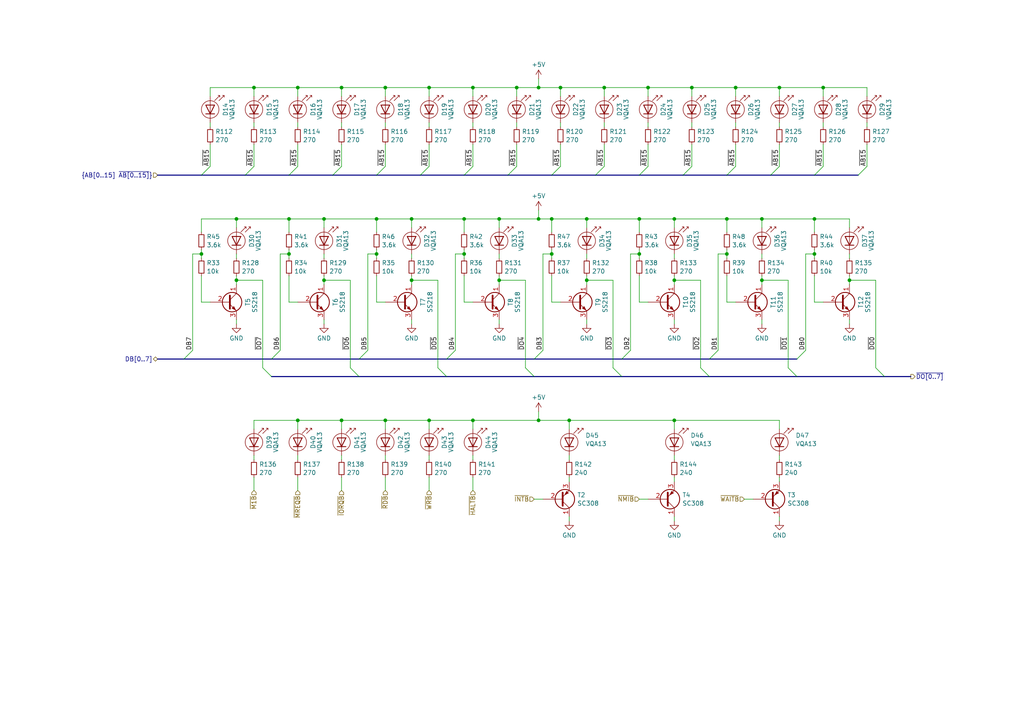
<source format=kicad_sch>
(kicad_sch (version 20230121) (generator eeschema)
  (paper "A4")
  (title_block (title "Bus-Analysator"))
  (lib_symbols
    (symbol "Device:R_Small" (pin_numbers hide) (pin_names (offset 0.254) hide)
      (property "Reference" "R" (at 0.762 0.508 0))
      (property "Value" "R_Small" (at 0.762 -1.016 0))
      (symbol "R_Small_0_1"
        (rectangle (start -0.762 1.778) (end 0.762 -1.778) (stroke (width 0.2032)))
      )
      (symbol "R_Small_1_1"
        (pin passive line (at 0 2.54 270) (length 0.762) (name "~") (number "1"))
        (pin passive line (at 0 -2.54 90) (length 0.762) (name "~") (number "2"))
      )
    )
    (symbol "RFT_Transistoren_und_Dioden:SC308" (pin_names (offset 0) hide)
      (property "Reference" "Q" (at 5.08 1.27 0))
      (property "Value" "SC308" (at 5.08 -1.27 0))
      (symbol "SC308_0_1"
        (polyline (pts (xy 0.635 0.635) (xy 2.54 2.54)))
        (polyline (pts (xy 0.635 -0.635) (xy 2.54 -2.54) (xy 2.54 -2.54)))
        (polyline (pts (xy 0.635 1.905) (xy 0.635 -1.905) (xy 0.635 -1.905)) (stroke (width 0.508)))
        (polyline (pts (xy 2.286 -1.778) (xy 1.778 -2.286) (xy 1.27 -1.27) (xy 2.286 -1.778) (xy 2.286 -1.778)) (fill (type outline)))
        (circle (center 1.27 0) (radius 2.8194) (stroke (width 0.254)))
      )
      (symbol "SC308_1_1"
        (pin passive line (at 2.54 5.08 270) (length 2.54) (name "C") (number "1"))
        (pin input line (at -5.08 0 0) (length 5.715) (name "B") (number "2"))
        (pin passive line (at 2.54 -5.08 90) (length 2.54) (name "E") (number "3"))
      )
    )
    (symbol "RFT_Transistoren_und_Dioden:SS218" (pin_names (offset 0) hide)
      (property "Reference" "T" (at 5.08 1.27 0))
      (property "Value" "SS218" (at 5.08 -1.27 0))
      (symbol "SS218_0_1"
        (polyline (pts (xy 0.635 0.635) (xy 2.54 2.54)))
        (polyline (pts (xy 0.635 -0.635) (xy 2.54 -2.54) (xy 2.54 -2.54)))
        (polyline (pts (xy 0.635 1.905) (xy 0.635 -1.905) (xy 0.635 -1.905)) (stroke (width 0.508)))
        (polyline (pts (xy 1.27 -1.778) (xy 1.778 -1.27) (xy 2.286 -2.286) (xy 1.27 -1.778) (xy 1.27 -1.778)) (fill (type outline)))
        (circle (center 1.27 0) (radius 2.8194) (stroke (width 0.254)))
      )
      (symbol "SS218_1_1"
        (pin passive line (at 2.54 5.08 270) (length 2.54) (name "C") (number "1"))
        (pin input line (at -5.08 0 0) (length 5.715) (name "B") (number "2"))
        (pin passive line (at 2.54 -5.08 90) (length 2.54) (name "E") (number "3"))
      )
    )
    (symbol "RFT_Optoelektronik:VQA13" (pin_numbers hide) (pin_names (offset 1.016) hide)
      (property "Reference" "D" (at 3.81 1.27 0))
      (property "Value" "VQA13" (at 6.35 -1.27 0))
      (symbol "VQA13_0_1"
        (circle (center 0 0) (radius 2.54))
      )
      (symbol "VQA13_1_1"
        (polyline (pts (xy -1.27 -1.27) (xy 1.27 -1.27)) (stroke (width 0.254)))
        (polyline (pts (xy 0 1.27) (xy 0 -1.27)))
        (polyline (pts (xy 4.064 4.064) (xy 3.556 4.064)))
        (polyline (pts (xy 2.54 2.54) (xy 4.064 4.064) (xy 4.064 3.556)))
        (polyline (pts (xy 1.27 1.27) (xy 0 -1.27) (xy -1.27 1.27) (xy 1.27 1.27)) (stroke (width 0.254)))
        (polyline (pts (xy 1.27 2.54) (xy 2.794 4.064) (xy 2.794 3.556) (xy 2.794 4.064) (xy 2.286 4.064)))
        (pin passive line (at 0 -3.81 90) (length 2.54) (name "K") (number "1"))
        (pin passive line (at 0 3.81 270) (length 2.54) (name "A") (number "2"))
      )
    )
    (symbol "power:+5V" (power) (pin_names (offset 0))
      (property "Value" "+5V" (at 0 3.556 0))
      (symbol "+5V_0_1"
        (polyline (pts (xy -0.762 1.27) (xy 0 2.54)))
        (polyline (pts (xy 0 0) (xy 0 2.54)))
        (polyline (pts (xy 0 2.54) (xy 0.762 1.27)))
      )
      (symbol "+5V_1_1"
        (pin power_in line (at 0 0 90) (length 0) hide (name "+5V") (number "1"))
      )
    )
    (symbol "power:GND" (power) (pin_names (offset 0))
      (property "Value" "GND" (at 0 -3.81 0))
      (symbol "GND_0_1"
        (polyline (pts (xy 0 0) (xy 0 -1.27) (xy 1.27 -1.27) (xy 0 -2.54) (xy -1.27 -1.27) (xy 0 -1.27)))
      )
      (symbol "GND_1_1"
        (pin power_in line (at 0 0 270) (length 0) hide (name "GND") (number "1"))
      )
    )
  )
  (junction (at 195.58 81.28))
  (junction (at 134.62 63.5))
  (junction (at 93.98 63.5))
  (junction (at 236.22 73.66))
  (junction (at 165.1 121.92))
  (junction (at 134.62 73.66))
  (junction (at 83.82 73.66))
  (junction (at 200.66 25.4))
  (junction (at 160.02 63.5))
  (junction (at 226.06 25.4))
  (junction (at 68.58 81.28))
  (junction (at 111.76 121.92))
  (junction (at 185.42 73.66))
  (junction (at 195.58 121.92))
  (junction (at 156.21 63.5))
  (junction (at 213.36 25.4))
  (junction (at 137.16 121.92))
  (junction (at 156.21 121.92))
  (junction (at 111.76 25.4))
  (junction (at 93.98 81.28))
  (junction (at 124.46 121.92))
  (junction (at 109.22 73.66))
  (junction (at 210.82 73.66))
  (junction (at 210.82 63.5))
  (junction (at 160.02 73.66))
  (junction (at 175.26 25.4))
  (junction (at 236.22 63.5))
  (junction (at 68.58 63.5))
  (junction (at 185.42 63.5))
  (junction (at 220.98 63.5))
  (junction (at 220.98 81.28))
  (junction (at 86.36 25.4))
  (junction (at 119.38 81.28))
  (junction (at 144.78 81.28))
  (junction (at 162.56 25.4))
  (junction (at 238.76 25.4))
  (junction (at 144.78 63.5))
  (junction (at 246.38 81.28))
  (junction (at 149.86 25.4))
  (junction (at 119.38 63.5))
  (junction (at 73.66 25.4))
  (junction (at 99.06 25.4))
  (junction (at 170.18 81.28))
  (junction (at 99.06 121.92))
  (junction (at 86.36 121.92))
  (junction (at 187.96 25.4))
  (junction (at 124.46 25.4))
  (junction (at 195.58 63.5))
  (junction (at 58.42 73.66))
  (junction (at 109.22 63.5))
  (junction (at 156.21 25.4))
  (junction (at 137.16 25.4))
  (junction (at 170.18 63.5))
  (junction (at 83.82 63.5))
  (bus_entry (at 248.92 50.8) (size 2.54 -2.54))
  (bus_entry (at 78.74 104.14) (size 2.54 -2.54))
  (bus_entry (at 129.54 109.22) (size -2.54 -2.54))
  (bus_entry (at 231.14 104.14) (size 2.54 -2.54))
  (bus_entry (at 104.14 104.14) (size 2.54 -2.54))
  (bus_entry (at 121.92 50.8) (size 2.54 -2.54))
  (bus_entry (at 231.14 109.22) (size -2.54 -2.54))
  (bus_entry (at 210.82 50.8) (size 2.54 -2.54))
  (bus_entry (at 172.72 50.8) (size 2.54 -2.54))
  (bus_entry (at 78.74 109.22) (size -2.54 -2.54))
  (bus_entry (at 180.34 104.14) (size 2.54 -2.54))
  (bus_entry (at 205.74 109.22) (size -2.54 -2.54))
  (bus_entry (at 147.32 50.8) (size 2.54 -2.54))
  (bus_entry (at 134.62 50.8) (size 2.54 -2.54))
  (bus_entry (at 104.14 109.22) (size -2.54 -2.54))
  (bus_entry (at 236.22 50.8) (size 2.54 -2.54))
  (bus_entry (at 185.42 50.8) (size 2.54 -2.54))
  (bus_entry (at 109.22 50.8) (size 2.54 -2.54))
  (bus_entry (at 180.34 109.22) (size -2.54 -2.54))
  (bus_entry (at 154.94 109.22) (size -2.54 -2.54))
  (bus_entry (at 223.52 50.8) (size 2.54 -2.54))
  (bus_entry (at 83.82 50.8) (size 2.54 -2.54))
  (bus_entry (at 160.02 50.8) (size 2.54 -2.54))
  (bus_entry (at 58.42 50.8) (size 2.54 -2.54))
  (bus_entry (at 96.52 50.8) (size 2.54 -2.54))
  (bus_entry (at 205.74 104.14) (size 2.54 -2.54))
  (bus_entry (at 198.12 50.8) (size 2.54 -2.54))
  (bus_entry (at 53.34 104.14) (size 2.54 -2.54))
  (bus_entry (at 154.94 104.14) (size 2.54 -2.54))
  (bus_entry (at 129.54 104.14) (size 2.54 -2.54))
  (bus_entry (at 256.54 109.22) (size -2.54 -2.54))
  (bus_entry (at 71.12 50.8) (size 2.54 -2.54))
  (wire (pts (xy 152.4 81.28) (xy 152.4 106.68)))
  (wire (pts (xy 60.96 27.94) (xy 60.96 25.4)))
  (wire (pts (xy 93.98 92.71) (xy 93.98 93.98)))
  (bus (pts (xy 58.42 50.8) (xy 71.12 50.8)))
  (bus (pts (xy 198.12 50.8) (xy 210.82 50.8)))
  (wire (pts (xy 228.6 81.28) (xy 228.6 106.68)))
  (wire (pts (xy 220.98 80.01) (xy 220.98 81.28)))
  (wire (pts (xy 213.36 35.56) (xy 213.36 36.83)))
  (wire (pts (xy 58.42 63.5) (xy 68.58 63.5)))
  (wire (pts (xy 177.8 81.28) (xy 170.18 81.28)))
  (bus (pts (xy 134.62 50.8) (xy 147.32 50.8)))
  (wire (pts (xy 220.98 81.28) (xy 220.98 82.55)))
  (wire (pts (xy 162.56 25.4) (xy 162.56 27.94)))
  (bus (pts (xy 53.34 104.14) (xy 78.74 104.14)))
  (wire (pts (xy 200.66 41.91) (xy 200.66 48.26)))
  (wire (pts (xy 226.06 138.43) (xy 226.06 139.7)))
  (wire (pts (xy 111.76 25.4) (xy 111.76 27.94)))
  (wire (pts (xy 58.42 73.66) (xy 58.42 74.93)))
  (wire (pts (xy 170.18 63.5) (xy 185.42 63.5)))
  (wire (pts (xy 119.38 63.5) (xy 134.62 63.5)))
  (wire (pts (xy 93.98 81.28) (xy 93.98 82.55)))
  (wire (pts (xy 93.98 73.66) (xy 93.98 74.93)))
  (wire (pts (xy 246.38 63.5) (xy 246.38 66.04)))
  (wire (pts (xy 58.42 80.01) (xy 58.42 87.63)))
  (bus (pts (xy 83.82 50.8) (xy 96.52 50.8)))
  (wire (pts (xy 185.42 63.5) (xy 195.58 63.5)))
  (wire (pts (xy 124.46 138.43) (xy 124.46 142.24)))
  (wire (pts (xy 195.58 63.5) (xy 210.82 63.5)))
  (wire (pts (xy 149.86 41.91) (xy 149.86 48.26)))
  (bus (pts (xy 147.32 50.8) (xy 160.02 50.8)))
  (wire (pts (xy 99.06 25.4) (xy 111.76 25.4)))
  (wire (pts (xy 187.96 35.56) (xy 187.96 36.83)))
  (wire (pts (xy 238.76 41.91) (xy 238.76 48.26)))
  (wire (pts (xy 119.38 81.28) (xy 119.38 82.55)))
  (wire (pts (xy 251.46 25.4) (xy 251.46 27.94)))
  (wire (pts (xy 195.58 80.01) (xy 195.58 81.28)))
  (wire (pts (xy 124.46 25.4) (xy 137.16 25.4)))
  (wire (pts (xy 127 81.28) (xy 127 106.68)))
  (wire (pts (xy 144.78 73.66) (xy 144.78 74.93)))
  (wire (pts (xy 149.86 25.4) (xy 156.21 25.4)))
  (wire (pts (xy 101.6 81.28) (xy 101.6 106.68)))
  (bus (pts (xy 78.74 109.22) (xy 104.14 109.22)))
  (wire (pts (xy 236.22 63.5) (xy 246.38 63.5)))
  (wire (pts (xy 226.06 25.4) (xy 226.06 27.94)))
  (wire (pts (xy 220.98 73.66) (xy 220.98 74.93)))
  (wire (pts (xy 68.58 63.5) (xy 83.82 63.5)))
  (wire (pts (xy 127 81.28) (xy 119.38 81.28)))
  (wire (pts (xy 185.42 67.31) (xy 185.42 63.5)))
  (wire (pts (xy 220.98 92.71) (xy 220.98 93.98)))
  (wire (pts (xy 73.66 121.92) (xy 86.36 121.92)))
  (wire (pts (xy 81.28 73.66) (xy 83.82 73.66)))
  (bus (pts (xy 104.14 109.22) (xy 129.54 109.22)))
  (wire (pts (xy 134.62 72.39) (xy 134.62 73.66)))
  (wire (pts (xy 137.16 25.4) (xy 137.16 27.94)))
  (wire (pts (xy 187.96 25.4) (xy 200.66 25.4)))
  (wire (pts (xy 119.38 80.01) (xy 119.38 81.28)))
  (wire (pts (xy 83.82 87.63) (xy 86.36 87.63)))
  (wire (pts (xy 215.9 144.78) (xy 218.44 144.78)))
  (wire (pts (xy 236.22 80.01) (xy 236.22 87.63)))
  (wire (pts (xy 124.46 41.91) (xy 124.46 48.26)))
  (wire (pts (xy 93.98 63.5) (xy 109.22 63.5)))
  (wire (pts (xy 165.1 132.08) (xy 165.1 133.35)))
  (wire (pts (xy 99.06 132.08) (xy 99.06 133.35)))
  (bus (pts (xy 205.74 104.14) (xy 231.14 104.14)))
  (wire (pts (xy 238.76 25.4) (xy 238.76 27.94)))
  (wire (pts (xy 99.06 138.43) (xy 99.06 142.24)))
  (bus (pts (xy 154.94 104.14) (xy 180.34 104.14)))
  (wire (pts (xy 58.42 67.31) (xy 58.42 63.5)))
  (wire (pts (xy 144.78 63.5) (xy 144.78 66.04)))
  (wire (pts (xy 55.88 101.6) (xy 55.88 73.66)))
  (wire (pts (xy 195.58 73.66) (xy 195.58 74.93)))
  (wire (pts (xy 106.68 101.6) (xy 106.68 73.66)))
  (wire (pts (xy 210.82 72.39) (xy 210.82 73.66)))
  (wire (pts (xy 165.1 121.92) (xy 195.58 121.92)))
  (wire (pts (xy 83.82 63.5) (xy 93.98 63.5)))
  (wire (pts (xy 233.68 73.66) (xy 236.22 73.66)))
  (wire (pts (xy 220.98 63.5) (xy 236.22 63.5)))
  (wire (pts (xy 86.36 138.43) (xy 86.36 142.24)))
  (wire (pts (xy 119.38 73.66) (xy 119.38 74.93)))
  (wire (pts (xy 60.96 25.4) (xy 73.66 25.4)))
  (wire (pts (xy 111.76 35.56) (xy 111.76 36.83)))
  (bus (pts (xy 160.02 50.8) (xy 172.72 50.8)))
  (wire (pts (xy 68.58 73.66) (xy 68.58 74.93)))
  (wire (pts (xy 160.02 67.31) (xy 160.02 63.5)))
  (wire (pts (xy 200.66 25.4) (xy 200.66 27.94)))
  (wire (pts (xy 73.66 138.43) (xy 73.66 142.24)))
  (wire (pts (xy 156.21 63.5) (xy 160.02 63.5)))
  (wire (pts (xy 195.58 63.5) (xy 195.58 66.04)))
  (bus (pts (xy 109.22 50.8) (xy 121.92 50.8)))
  (bus (pts (xy 96.52 50.8) (xy 109.22 50.8)))
  (wire (pts (xy 86.36 35.56) (xy 86.36 36.83)))
  (wire (pts (xy 134.62 67.31) (xy 134.62 63.5)))
  (wire (pts (xy 175.26 25.4) (xy 175.26 27.94)))
  (wire (pts (xy 109.22 63.5) (xy 119.38 63.5)))
  (wire (pts (xy 175.26 25.4) (xy 187.96 25.4)))
  (wire (pts (xy 58.42 72.39) (xy 58.42 73.66)))
  (wire (pts (xy 160.02 87.63) (xy 162.56 87.63)))
  (wire (pts (xy 111.76 132.08) (xy 111.76 133.35)))
  (wire (pts (xy 156.21 22.86) (xy 156.21 25.4)))
  (bus (pts (xy 180.34 104.14) (xy 205.74 104.14)))
  (wire (pts (xy 99.06 35.56) (xy 99.06 36.83)))
  (wire (pts (xy 86.36 25.4) (xy 86.36 27.94)))
  (wire (pts (xy 165.1 149.86) (xy 165.1 151.13)))
  (wire (pts (xy 236.22 67.31) (xy 236.22 63.5)))
  (wire (pts (xy 182.88 101.6) (xy 182.88 73.66)))
  (wire (pts (xy 68.58 92.71) (xy 68.58 93.98)))
  (bus (pts (xy 180.34 109.22) (xy 205.74 109.22)))
  (wire (pts (xy 144.78 63.5) (xy 156.21 63.5)))
  (wire (pts (xy 210.82 80.01) (xy 210.82 87.63)))
  (wire (pts (xy 132.08 101.6) (xy 132.08 73.66)))
  (wire (pts (xy 149.86 35.56) (xy 149.86 36.83)))
  (wire (pts (xy 156.21 121.92) (xy 165.1 121.92)))
  (bus (pts (xy 223.52 50.8) (xy 236.22 50.8)))
  (wire (pts (xy 76.2 81.28) (xy 68.58 81.28)))
  (wire (pts (xy 210.82 67.31) (xy 210.82 63.5)))
  (wire (pts (xy 101.6 81.28) (xy 93.98 81.28)))
  (wire (pts (xy 195.58 92.71) (xy 195.58 93.98)))
  (wire (pts (xy 208.28 73.66) (xy 210.82 73.66)))
  (wire (pts (xy 73.66 41.91) (xy 73.66 48.26)))
  (wire (pts (xy 200.66 25.4) (xy 213.36 25.4)))
  (wire (pts (xy 165.1 138.43) (xy 165.1 139.7)))
  (wire (pts (xy 226.06 35.56) (xy 226.06 36.83)))
  (wire (pts (xy 185.42 87.63) (xy 187.96 87.63)))
  (wire (pts (xy 170.18 63.5) (xy 170.18 66.04)))
  (wire (pts (xy 185.42 80.01) (xy 185.42 87.63)))
  (wire (pts (xy 162.56 41.91) (xy 162.56 48.26)))
  (wire (pts (xy 55.88 73.66) (xy 58.42 73.66)))
  (wire (pts (xy 182.88 73.66) (xy 185.42 73.66)))
  (wire (pts (xy 213.36 41.91) (xy 213.36 48.26)))
  (wire (pts (xy 246.38 73.66) (xy 246.38 74.93)))
  (wire (pts (xy 99.06 41.91) (xy 99.06 48.26)))
  (wire (pts (xy 68.58 81.28) (xy 68.58 82.55)))
  (bus (pts (xy 45.72 50.8) (xy 58.42 50.8)))
  (wire (pts (xy 124.46 25.4) (xy 124.46 27.94)))
  (wire (pts (xy 160.02 72.39) (xy 160.02 73.66)))
  (wire (pts (xy 58.42 87.63) (xy 60.96 87.63)))
  (wire (pts (xy 83.82 72.39) (xy 83.82 73.66)))
  (wire (pts (xy 154.94 144.78) (xy 157.48 144.78)))
  (wire (pts (xy 185.42 72.39) (xy 185.42 73.66)))
  (wire (pts (xy 236.22 87.63) (xy 238.76 87.63)))
  (wire (pts (xy 160.02 73.66) (xy 160.02 74.93)))
  (wire (pts (xy 81.28 101.6) (xy 81.28 73.66)))
  (wire (pts (xy 236.22 72.39) (xy 236.22 73.66)))
  (wire (pts (xy 246.38 81.28) (xy 246.38 82.55)))
  (wire (pts (xy 137.16 121.92) (xy 137.16 124.46)))
  (wire (pts (xy 175.26 35.56) (xy 175.26 36.83)))
  (wire (pts (xy 73.66 35.56) (xy 73.66 36.83)))
  (wire (pts (xy 226.06 25.4) (xy 238.76 25.4)))
  (bus (pts (xy 129.54 104.14) (xy 154.94 104.14)))
  (wire (pts (xy 251.46 35.56) (xy 251.46 36.83)))
  (wire (pts (xy 170.18 92.71) (xy 170.18 93.98)))
  (wire (pts (xy 99.06 25.4) (xy 99.06 27.94)))
  (wire (pts (xy 109.22 80.01) (xy 109.22 87.63)))
  (wire (pts (xy 134.62 63.5) (xy 144.78 63.5)))
  (wire (pts (xy 170.18 73.66) (xy 170.18 74.93)))
  (bus (pts (xy 231.14 109.22) (xy 256.54 109.22)))
  (wire (pts (xy 137.16 25.4) (xy 149.86 25.4)))
  (wire (pts (xy 203.2 81.28) (xy 203.2 106.68)))
  (bus (pts (xy 185.42 50.8) (xy 198.12 50.8)))
  (bus (pts (xy 45.72 104.14) (xy 53.34 104.14)))
  (wire (pts (xy 137.16 35.56) (xy 137.16 36.83)))
  (wire (pts (xy 226.06 149.86) (xy 226.06 151.13)))
  (wire (pts (xy 144.78 92.71) (xy 144.78 93.98)))
  (wire (pts (xy 246.38 92.71) (xy 246.38 93.98)))
  (bus (pts (xy 71.12 50.8) (xy 83.82 50.8)))
  (wire (pts (xy 156.21 119.38) (xy 156.21 121.92)))
  (bus (pts (xy 210.82 50.8) (xy 223.52 50.8)))
  (bus (pts (xy 205.74 109.22) (xy 231.14 109.22)))
  (wire (pts (xy 210.82 87.63) (xy 213.36 87.63)))
  (wire (pts (xy 119.38 63.5) (xy 119.38 66.04)))
  (wire (pts (xy 93.98 63.5) (xy 93.98 66.04)))
  (wire (pts (xy 195.58 81.28) (xy 195.58 82.55)))
  (bus (pts (xy 104.14 104.14) (xy 129.54 104.14)))
  (wire (pts (xy 228.6 81.28) (xy 220.98 81.28)))
  (wire (pts (xy 187.96 41.91) (xy 187.96 48.26)))
  (wire (pts (xy 137.16 138.43) (xy 137.16 142.24)))
  (wire (pts (xy 134.62 73.66) (xy 134.62 74.93)))
  (wire (pts (xy 233.68 101.6) (xy 233.68 73.66)))
  (wire (pts (xy 73.66 124.46) (xy 73.66 121.92)))
  (wire (pts (xy 73.66 132.08) (xy 73.66 133.35)))
  (wire (pts (xy 152.4 81.28) (xy 144.78 81.28)))
  (bus (pts (xy 256.54 109.22) (xy 264.16 109.22)))
  (wire (pts (xy 213.36 25.4) (xy 226.06 25.4)))
  (bus (pts (xy 78.74 104.14) (xy 104.14 104.14)))
  (wire (pts (xy 111.76 121.92) (xy 124.46 121.92)))
  (wire (pts (xy 132.08 73.66) (xy 134.62 73.66)))
  (wire (pts (xy 109.22 72.39) (xy 109.22 73.66)))
  (wire (pts (xy 213.36 25.4) (xy 213.36 27.94)))
  (wire (pts (xy 157.48 73.66) (xy 160.02 73.66)))
  (wire (pts (xy 111.76 25.4) (xy 124.46 25.4)))
  (wire (pts (xy 157.48 101.6) (xy 157.48 73.66)))
  (wire (pts (xy 251.46 41.91) (xy 251.46 48.26)))
  (wire (pts (xy 137.16 132.08) (xy 137.16 133.35)))
  (wire (pts (xy 86.36 132.08) (xy 86.36 133.35)))
  (wire (pts (xy 162.56 25.4) (xy 175.26 25.4)))
  (wire (pts (xy 93.98 80.01) (xy 93.98 81.28)))
  (wire (pts (xy 111.76 138.43) (xy 111.76 142.24)))
  (wire (pts (xy 156.21 25.4) (xy 162.56 25.4)))
  (wire (pts (xy 195.58 121.92) (xy 195.58 124.46)))
  (wire (pts (xy 106.68 73.66) (xy 109.22 73.66)))
  (wire (pts (xy 226.06 41.91) (xy 226.06 48.26)))
  (wire (pts (xy 160.02 80.01) (xy 160.02 87.63)))
  (wire (pts (xy 226.06 132.08) (xy 226.06 133.35)))
  (wire (pts (xy 124.46 121.92) (xy 124.46 124.46)))
  (bus (pts (xy 236.22 50.8) (xy 248.92 50.8)))
  (wire (pts (xy 170.18 80.01) (xy 170.18 81.28)))
  (wire (pts (xy 83.82 80.01) (xy 83.82 87.63)))
  (wire (pts (xy 254 81.28) (xy 254 106.68)))
  (wire (pts (xy 68.58 80.01) (xy 68.58 81.28)))
  (wire (pts (xy 137.16 121.92) (xy 156.21 121.92)))
  (wire (pts (xy 73.66 25.4) (xy 86.36 25.4)))
  (wire (pts (xy 170.18 81.28) (xy 170.18 82.55)))
  (wire (pts (xy 195.58 121.92) (xy 226.06 121.92)))
  (wire (pts (xy 238.76 35.56) (xy 238.76 36.83)))
  (wire (pts (xy 111.76 41.91) (xy 111.76 48.26)))
  (wire (pts (xy 149.86 25.4) (xy 149.86 27.94)))
  (wire (pts (xy 210.82 63.5) (xy 220.98 63.5)))
  (wire (pts (xy 156.21 60.96) (xy 156.21 63.5)))
  (wire (pts (xy 160.02 63.5) (xy 170.18 63.5)))
  (wire (pts (xy 124.46 35.56) (xy 124.46 36.83)))
  (wire (pts (xy 144.78 80.01) (xy 144.78 81.28)))
  (wire (pts (xy 137.16 41.91) (xy 137.16 48.26)))
  (wire (pts (xy 86.36 25.4) (xy 99.06 25.4)))
  (wire (pts (xy 60.96 41.91) (xy 60.96 48.26)))
  (wire (pts (xy 83.82 67.31) (xy 83.82 63.5)))
  (wire (pts (xy 124.46 132.08) (xy 124.46 133.35)))
  (wire (pts (xy 73.66 25.4) (xy 73.66 27.94)))
  (bus (pts (xy 129.54 109.22) (xy 154.94 109.22)))
  (wire (pts (xy 83.82 73.66) (xy 83.82 74.93)))
  (wire (pts (xy 185.42 73.66) (xy 185.42 74.93)))
  (wire (pts (xy 203.2 81.28) (xy 195.58 81.28)))
  (bus (pts (xy 121.92 50.8) (xy 134.62 50.8)))
  (wire (pts (xy 134.62 80.01) (xy 134.62 87.63)))
  (wire (pts (xy 195.58 149.86) (xy 195.58 151.13)))
  (wire (pts (xy 208.28 101.6) (xy 208.28 73.66)))
  (wire (pts (xy 134.62 87.63) (xy 137.16 87.63)))
  (wire (pts (xy 60.96 35.56) (xy 60.96 36.83)))
  (wire (pts (xy 195.58 132.08) (xy 195.58 133.35)))
  (wire (pts (xy 200.66 35.56) (xy 200.66 36.83)))
  (wire (pts (xy 187.96 25.4) (xy 187.96 27.94)))
  (wire (pts (xy 254 81.28) (xy 246.38 81.28)))
  (wire (pts (xy 165.1 121.92) (xy 165.1 124.46)))
  (wire (pts (xy 109.22 87.63) (xy 111.76 87.63)))
  (wire (pts (xy 220.98 63.5) (xy 220.98 66.04)))
  (wire (pts (xy 99.06 121.92) (xy 111.76 121.92)))
  (wire (pts (xy 111.76 121.92) (xy 111.76 124.46)))
  (wire (pts (xy 195.58 138.43) (xy 195.58 139.7)))
  (wire (pts (xy 109.22 73.66) (xy 109.22 74.93)))
  (wire (pts (xy 246.38 80.01) (xy 246.38 81.28)))
  (wire (pts (xy 109.22 67.31) (xy 109.22 63.5)))
  (wire (pts (xy 86.36 121.92) (xy 86.36 124.46)))
  (wire (pts (xy 144.78 81.28) (xy 144.78 82.55)))
  (wire (pts (xy 238.76 25.4) (xy 251.46 25.4)))
  (wire (pts (xy 162.56 35.56) (xy 162.56 36.83)))
  (wire (pts (xy 68.58 63.5) (xy 68.58 66.04)))
  (bus (pts (xy 172.72 50.8) (xy 185.42 50.8)))
  (wire (pts (xy 86.36 121.92) (xy 99.06 121.92)))
  (wire (pts (xy 177.8 81.28) (xy 177.8 106.68)))
  (wire (pts (xy 86.36 41.91) (xy 86.36 48.26)))
  (wire (pts (xy 76.2 81.28) (xy 76.2 106.68)))
  (wire (pts (xy 226.06 121.92) (xy 226.06 124.46)))
  (wire (pts (xy 119.38 92.71) (xy 119.38 93.98)))
  (wire (pts (xy 175.26 41.91) (xy 175.26 48.26)))
  (bus (pts (xy 154.94 109.22) (xy 180.34 109.22)))
  (wire (pts (xy 99.06 121.92) (xy 99.06 124.46)))
  (wire (pts (xy 236.22 73.66) (xy 236.22 74.93)))
  (wire (pts (xy 185.42 144.78) (xy 187.96 144.78)))
  (wire (pts (xy 210.82 73.66) (xy 210.82 74.93)))
  (wire (pts (xy 124.46 121.92) (xy 137.16 121.92)))
  (label "~{DO1}" (at 228.6 101.6 90))
  (label "~{AB15}" (at 162.56 48.26 90))
  (label "DB1" (at 208.28 101.6 90))
  (label "~{AB15}" (at 226.06 48.26 90))
  (label "DB3" (at 157.48 101.6 90))
  (label "~{DO7}" (at 76.2 101.6 90))
  (label "~{AB15}" (at 238.76 48.26 90))
  (label "~{AB15}" (at 99.06 48.26 90))
  (label "~{AB15}" (at 137.16 48.26 90))
  (label "~{AB15}" (at 73.66 48.26 90))
  (label "DB7" (at 55.88 101.6 90))
  (label "~{DO4}" (at 152.4 101.6 90))
  (label "DB6" (at 81.28 101.6 90))
  (label "~{AB15}" (at 149.86 48.26 90))
  (label "DB5" (at 106.68 101.6 90))
  (label "DB2" (at 182.88 101.6 90))
  (label "~{AB15}" (at 175.26 48.26 90))
  (label "~{AB15}" (at 251.46 48.26 90))
  (label "DB0" (at 233.68 101.6 90))
  (label "~{AB15}" (at 187.96 48.26 90))
  (label "~{DO6}" (at 101.6 101.6 90))
  (label "~{AB15}" (at 86.36 48.26 90))
  (label "~{DO3}" (at 177.8 101.6 90))
  (label "DB4" (at 132.08 101.6 90))
  (label "~{AB15}" (at 111.76 48.26 90))
  (label "~{DO5}" (at 127 101.6 90))
  (label "~{DO0}" (at 254 101.6 90))
  (label "~{AB15}" (at 213.36 48.26 90))
  (label "~{AB15}" (at 60.96 48.26 90))
  (label "~{AB15}" (at 200.66 48.26 90))
  (label "~{DO2}" (at 203.2 101.6 90))
  (label "~{AB15}" (at 124.46 48.26 90))
  (hierarchical_label "~{RDB}" (shape input) (at 111.76 142.24 270))
  (hierarchical_label "~{DO[0..7]}" (shape output) (at 264.16 109.22 0))
  (hierarchical_label "~{INTB}" (shape input) (at 154.94 144.78 180))
  (hierarchical_label "{AB[0..15] ~{AB[0..15]}}" (shape input) (at 45.72 50.8 180))
  (hierarchical_label "~{WAITB}" (shape input) (at 215.9 144.78 180))
  (hierarchical_label "~{HALTB}" (shape input) (at 137.16 142.24 270))
  (hierarchical_label "~{IORQB}" (shape input) (at 99.06 142.24 270))
  (hierarchical_label "DB[0..7]" (shape bidirectional) (at 45.72 104.14 180))
  (hierarchical_label "~{MREQB}" (shape input) (at 86.36 142.24 270))
  (hierarchical_label "~{M1B}" (shape input) (at 73.66 142.24 270))
  (hierarchical_label "~{NMIB}" (shape input) (at 185.42 144.78 180))
  (hierarchical_label "~{WRB}" (shape input) (at 124.46 142.24 270))
  (symbol (lib_id "RFT_Optoelektronik:VQA13") (at 124.46 128.27 0) (unit 1)
    (property "Reference" "D43" (at 128.905 128.27 90))
    (property "Value" "VQA13" (at 130.81 128.27 90))
    (property "Datasheet" "https://www-user.tu-chemnitz.de/~heha/basteln/Konsumg%C3%BCter/DDR-Halbleiter/vqa13.gif" (effects hide))
  )
  (symbol (lib_id "Device:R_Small") (at 185.42 77.47 0) (unit 1)
    (property "Reference" "R38" (at 186.9186 76.2579 0) (effects (justify left)))
    (property "Value" "10k" (at 186.9186 78.6821 0) (effects (justify left)))
  )
  (symbol (lib_id "RFT_Optoelektronik:VQA13") (at 99.06 31.75 0) (unit 1)
    (property "Reference" "D17" (at 103.505 31.75 90))
    (property "Value" "VQA13" (at 105.41 31.75 90))
    (property "Datasheet" "https://www-user.tu-chemnitz.de/~heha/basteln/Konsumg%C3%BCter/DDR-Halbleiter/vqa13.gif" (effects hide))
  )
  (symbol (lib_id "Device:R_Small") (at 160.02 77.47 0) (unit 1)
    (property "Reference" "R37" (at 161.5186 76.2579 0) (effects (justify left)))
    (property "Value" "10k" (at 161.5186 78.6821 0) (effects (justify left)))
  )
  (symbol (lib_id "Device:R_Small") (at 185.42 69.85 0) (unit 1)
    (property "Reference" "R43" (at 186.9186 68.6379 0) (effects (justify left)))
    (property "Value" "3.6k" (at 186.9186 71.0621 0) (effects (justify left)))
  )
  (symbol (lib_id "RFT_Transistoren_und_Dioden:SC308") (at 162.56 144.78 0) (mirror x) (unit 1)
    (property "Reference" "T2" (at 167.4114 143.5679 0) (effects (justify left)))
    (property "Value" "SC308" (at 167.4114 145.9921 0) (effects (justify left)))
    (property "Footprint" "RFT_sonstiges:T_E-Line_P2.5mm_Vertical" (effects hide))
    (property "Datasheet" "https://www-user.tu-chemnitz.de/~heha/basteln/Konsumg%C3%BCter/DDR-Halbleiter/sc307.gif" (effects hide))
  )
  (symbol (lib_id "Device:R_Small") (at 73.66 135.89 0) (unit 1)
    (property "Reference" "R136" (at 75.1586 134.6779 0) (effects (justify left)))
    (property "Value" "270" (at 75.1586 137.1021 0) (effects (justify left)))
  )
  (symbol (lib_id "RFT_Optoelektronik:VQA13") (at 238.76 31.75 0) (unit 1)
    (property "Reference" "D28" (at 243.205 31.75 90))
    (property "Value" "VQA13" (at 245.11 31.75 90))
    (property "Datasheet" "https://www-user.tu-chemnitz.de/~heha/basteln/Konsumg%C3%BCter/DDR-Halbleiter/vqa13.gif" (effects hide))
  )
  (symbol (lib_id "Device:R_Small") (at 137.16 39.37 0) (unit 1)
    (property "Reference" "R118" (at 138.6586 38.1579 0) (effects (justify left)))
    (property "Value" "270" (at 138.6586 40.5821 0) (effects (justify left)))
  )
  (symbol (lib_id "RFT_Optoelektronik:VQA13") (at 187.96 31.75 0) (unit 1)
    (property "Reference" "D24" (at 192.405 31.75 90))
    (property "Value" "VQA13" (at 194.31 31.75 90))
    (property "Datasheet" "https://www-user.tu-chemnitz.de/~heha/basteln/Konsumg%C3%BCter/DDR-Halbleiter/vqa13.gif" (effects hide))
  )
  (symbol (lib_id "Device:R_Small") (at 165.1 135.89 0) (unit 1)
    (property "Reference" "R142" (at 166.5986 134.6779 0) (effects (justify left)))
    (property "Value" "240" (at 166.5986 137.1021 0) (effects (justify left)))
  )
  (symbol (lib_id "RFT_Optoelektronik:VQA13") (at 137.16 128.27 0) (unit 1)
    (property "Reference" "D44" (at 141.605 128.27 90))
    (property "Value" "VQA13" (at 143.51 128.27 90))
    (property "Datasheet" "https://www-user.tu-chemnitz.de/~heha/basteln/Konsumg%C3%BCter/DDR-Halbleiter/vqa13.gif" (effects hide))
  )
  (symbol (lib_id "RFT_Transistoren_und_Dioden:SS218") (at 66.04 87.63 0) (unit 1)
    (property "Reference" "T5" (at 71.882 87.63 90))
    (property "Value" "SS218" (at 73.914 87.63 90))
    (property "Footprint" "RFT_sonstiges:T_E-Line_P2.5mm_Vertical" (effects hide))
    (property "Datasheet" "https://www-user.tu-chemnitz.de/~heha/basteln/Konsumg%C3%BCter/DDR-Halbleiter/ss216.gif" (effects hide))
  )
  (symbol (lib_id "RFT_Optoelektronik:VQA13") (at 93.98 69.85 0) (unit 1)
    (property "Reference" "D31" (at 98.425 69.85 90))
    (property "Value" "VQA13" (at 100.33 69.85 90))
    (property "Datasheet" "https://www-user.tu-chemnitz.de/~heha/basteln/Konsumg%C3%BCter/DDR-Halbleiter/vqa13.gif" (effects hide))
  )
  (symbol (lib_id "Device:R_Small") (at 99.06 135.89 0) (unit 1)
    (property "Reference" "R138" (at 100.5586 134.6779 0) (effects (justify left)))
    (property "Value" "270" (at 100.5586 137.1021 0) (effects (justify left)))
  )
  (symbol (lib_id "power:+5V") (at 156.21 60.96 0) (unit 1)
    (property "Reference" "#PWR088" (effects hide))
    (property "Value" "+5V" (at 156.21 56.8269 0))
  )
  (symbol (lib_id "Device:R_Small") (at 137.16 135.89 0) (unit 1)
    (property "Reference" "R141" (at 138.6586 134.6779 0) (effects (justify left)))
    (property "Value" "270" (at 138.6586 137.1021 0) (effects (justify left)))
  )
  (symbol (lib_id "Device:R_Small") (at 111.76 135.89 0) (unit 1)
    (property "Reference" "R139" (at 113.2586 134.6779 0) (effects (justify left)))
    (property "Value" "270" (at 113.2586 137.1021 0) (effects (justify left)))
  )
  (symbol (lib_id "power:GND") (at 68.58 93.98 0) (unit 1)
    (property "Reference" "#PWR080" (effects hide))
    (property "Value" "GND" (at 68.58 98.1131 0))
  )
  (symbol (lib_id "Device:R_Small") (at 149.86 39.37 0) (unit 1)
    (property "Reference" "R119" (at 151.3586 38.1579 0) (effects (justify left)))
    (property "Value" "270" (at 151.3586 40.5821 0) (effects (justify left)))
  )
  (symbol (lib_id "RFT_Optoelektronik:VQA13") (at 73.66 128.27 0) (unit 1)
    (property "Reference" "D39" (at 78.105 128.27 90))
    (property "Value" "VQA13" (at 80.01 128.27 90))
    (property "Datasheet" "https://www-user.tu-chemnitz.de/~heha/basteln/Konsumg%C3%BCter/DDR-Halbleiter/vqa13.gif" (effects hide))
  )
  (symbol (lib_id "Device:R_Small") (at 68.58 77.47 0) (unit 1)
    (property "Reference" "R128" (at 70.0786 76.2579 0) (effects (justify left)))
    (property "Value" "270" (at 70.0786 78.6821 0) (effects (justify left)))
  )
  (symbol (lib_id "RFT_Transistoren_und_Dioden:SS218") (at 218.44 87.63 0) (unit 1)
    (property "Reference" "T11" (at 224.282 87.63 90))
    (property "Value" "SS218" (at 226.314 87.63 90))
    (property "Footprint" "RFT_sonstiges:T_E-Line_P2.5mm_Vertical" (effects hide))
    (property "Datasheet" "https://www-user.tu-chemnitz.de/~heha/basteln/Konsumg%C3%BCter/DDR-Halbleiter/ss216.gif" (effects hide))
  )
  (symbol (lib_id "Device:R_Small") (at 109.22 69.85 0) (unit 1)
    (property "Reference" "R46" (at 110.7186 68.6379 0) (effects (justify left)))
    (property "Value" "3.6k" (at 110.7186 71.0621 0) (effects (justify left)))
  )
  (symbol (lib_id "RFT_Optoelektronik:VQA13") (at 175.26 31.75 0) (unit 1)
    (property "Reference" "D23" (at 179.705 31.75 90))
    (property "Value" "VQA13" (at 181.61 31.75 90))
    (property "Datasheet" "https://www-user.tu-chemnitz.de/~heha/basteln/Konsumg%C3%BCter/DDR-Halbleiter/vqa13.gif" (effects hide))
  )
  (symbol (lib_id "Device:R_Small") (at 119.38 77.47 0) (unit 1)
    (property "Reference" "R130" (at 120.8786 76.2579 0) (effects (justify left)))
    (property "Value" "270" (at 120.8786 78.6821 0) (effects (justify left)))
  )
  (symbol (lib_id "RFT_Optoelektronik:VQA13") (at 226.06 128.27 0) (unit 1)
    (property "Reference" "D47" (at 230.759 126.2959 0) (effects (justify left)))
    (property "Value" "VQA13" (at 230.759 128.7201 0) (effects (justify left)))
    (property "Datasheet" "https://www-user.tu-chemnitz.de/~heha/basteln/Konsumg%C3%BCter/DDR-Halbleiter/vqa13.gif" (effects hide))
  )
  (symbol (lib_id "Device:R_Small") (at 251.46 39.37 0) (unit 1)
    (property "Reference" "R127" (at 252.9586 38.1579 0) (effects (justify left)))
    (property "Value" "270" (at 252.9586 40.5821 0) (effects (justify left)))
  )
  (symbol (lib_id "power:GND") (at 195.58 151.13 0) (unit 1)
    (property "Reference" "#PWR090" (effects hide))
    (property "Value" "GND" (at 195.58 155.2631 0))
  )
  (symbol (lib_id "RFT_Optoelektronik:VQA13") (at 60.96 31.75 0) (unit 1)
    (property "Reference" "D14" (at 65.405 31.75 90))
    (property "Value" "VQA13" (at 67.31 31.75 90))
    (property "Datasheet" "https://www-user.tu-chemnitz.de/~heha/basteln/Konsumg%C3%BCter/DDR-Halbleiter/vqa13.gif" (effects hide))
  )
  (symbol (lib_id "Device:R_Small") (at 86.36 39.37 0) (unit 1)
    (property "Reference" "R114" (at 87.8586 38.1579 0) (effects (justify left)))
    (property "Value" "270" (at 87.8586 40.5821 0) (effects (justify left)))
  )
  (symbol (lib_id "Device:R_Small") (at 175.26 39.37 0) (unit 1)
    (property "Reference" "R121" (at 176.7586 38.1579 0) (effects (justify left)))
    (property "Value" "270" (at 176.7586 40.5821 0) (effects (justify left)))
  )
  (symbol (lib_id "power:GND") (at 226.06 151.13 0) (unit 1)
    (property "Reference" "#PWR089" (effects hide))
    (property "Value" "GND" (at 226.06 155.2631 0))
  )
  (symbol (lib_id "Device:R_Small") (at 83.82 77.47 0) (unit 1)
    (property "Reference" "R34" (at 85.3186 76.2579 0) (effects (justify left)))
    (property "Value" "10k" (at 85.3186 78.6821 0) (effects (justify left)))
  )
  (symbol (lib_id "RFT_Optoelektronik:VQA13") (at 162.56 31.75 0) (unit 1)
    (property "Reference" "D22" (at 167.005 31.75 90))
    (property "Value" "VQA13" (at 168.91 31.75 90))
    (property "Datasheet" "https://www-user.tu-chemnitz.de/~heha/basteln/Konsumg%C3%BCter/DDR-Halbleiter/vqa13.gif" (effects hide))
  )
  (symbol (lib_id "power:GND") (at 195.58 93.98 0) (unit 1)
    (property "Reference" "#PWR085" (effects hide))
    (property "Value" "GND" (at 195.58 98.1131 0))
  )
  (symbol (lib_id "Device:R_Small") (at 170.18 77.47 0) (unit 1)
    (property "Reference" "R132" (at 171.6786 76.2579 0) (effects (justify left)))
    (property "Value" "270" (at 171.6786 78.6821 0) (effects (justify left)))
  )
  (symbol (lib_id "Device:R_Small") (at 246.38 77.47 0) (unit 1)
    (property "Reference" "R135" (at 247.8786 76.2579 0) (effects (justify left)))
    (property "Value" "270" (at 247.8786 78.6821 0) (effects (justify left)))
  )
  (symbol (lib_id "Device:R_Small") (at 144.78 77.47 0) (unit 1)
    (property "Reference" "R131" (at 146.2786 76.2579 0) (effects (justify left)))
    (property "Value" "270" (at 146.2786 78.6821 0) (effects (justify left)))
  )
  (symbol (lib_id "Device:R_Small") (at 83.82 69.85 0) (unit 1)
    (property "Reference" "R41" (at 85.3186 68.6379 0) (effects (justify left)))
    (property "Value" "3.6k" (at 85.3186 71.0621 0) (effects (justify left)))
  )
  (symbol (lib_id "Device:R_Small") (at 236.22 69.85 0) (unit 1)
    (property "Reference" "R44" (at 237.7186 68.6379 0) (effects (justify left)))
    (property "Value" "3.6k" (at 237.7186 71.0621 0) (effects (justify left)))
  )
  (symbol (lib_id "Device:R_Small") (at 99.06 39.37 0) (unit 1)
    (property "Reference" "R115" (at 100.5586 38.1579 0) (effects (justify left)))
    (property "Value" "270" (at 100.5586 40.5821 0) (effects (justify left)))
  )
  (symbol (lib_id "RFT_Optoelektronik:VQA13") (at 170.18 69.85 0) (unit 1)
    (property "Reference" "D34" (at 174.625 69.85 90))
    (property "Value" "VQA13" (at 176.53 69.85 90))
    (property "Datasheet" "https://www-user.tu-chemnitz.de/~heha/basteln/Konsumg%C3%BCter/DDR-Halbleiter/vqa13.gif" (effects hide))
  )
  (symbol (lib_id "RFT_Optoelektronik:VQA13") (at 73.66 31.75 0) (unit 1)
    (property "Reference" "D15" (at 78.105 31.75 90))
    (property "Value" "VQA13" (at 80.01 31.75 90))
    (property "Datasheet" "https://www-user.tu-chemnitz.de/~heha/basteln/Konsumg%C3%BCter/DDR-Halbleiter/vqa13.gif" (effects hide))
  )
  (symbol (lib_id "RFT_Optoelektronik:VQA13") (at 124.46 31.75 0) (unit 1)
    (property "Reference" "D19" (at 128.905 31.75 90))
    (property "Value" "VQA13" (at 130.81 31.75 90))
    (property "Datasheet" "https://www-user.tu-chemnitz.de/~heha/basteln/Konsumg%C3%BCter/DDR-Halbleiter/vqa13.gif" (effects hide))
  )
  (symbol (lib_id "RFT_Transistoren_und_Dioden:SS218") (at 167.64 87.63 0) (unit 1)
    (property "Reference" "T9" (at 173.482 87.63 90))
    (property "Value" "SS218" (at 175.514 87.63 90))
    (property "Footprint" "RFT_sonstiges:T_E-Line_P2.5mm_Vertical" (effects hide))
    (property "Datasheet" "https://www-user.tu-chemnitz.de/~heha/basteln/Konsumg%C3%BCter/DDR-Halbleiter/ss216.gif" (effects hide))
  )
  (symbol (lib_id "power:GND") (at 119.38 93.98 0) (unit 1)
    (property "Reference" "#PWR082" (effects hide))
    (property "Value" "GND" (at 119.38 98.1131 0))
  )
  (symbol (lib_id "RFT_Optoelektronik:VQA13") (at 195.58 128.27 0) (unit 1)
    (property "Reference" "D46" (at 200.279 126.2959 0) (effects (justify left)))
    (property "Value" "VQA13" (at 200.279 128.7201 0) (effects (justify left)))
    (property "Datasheet" "https://www-user.tu-chemnitz.de/~heha/basteln/Konsumg%C3%BCter/DDR-Halbleiter/vqa13.gif" (effects hide))
  )
  (symbol (lib_id "RFT_Optoelektronik:VQA13") (at 213.36 31.75 0) (unit 1)
    (property "Reference" "D26" (at 217.805 31.75 90))
    (property "Value" "VQA13" (at 219.71 31.75 90))
    (property "Datasheet" "https://www-user.tu-chemnitz.de/~heha/basteln/Konsumg%C3%BCter/DDR-Halbleiter/vqa13.gif" (effects hide))
  )
  (symbol (lib_id "RFT_Optoelektronik:VQA13") (at 86.36 128.27 0) (unit 1)
    (property "Reference" "D40" (at 90.805 128.27 90))
    (property "Value" "VQA13" (at 92.71 128.27 90))
    (property "Datasheet" "https://www-user.tu-chemnitz.de/~heha/basteln/Konsumg%C3%BCter/DDR-Halbleiter/vqa13.gif" (effects hide))
  )
  (symbol (lib_id "Device:R_Small") (at 236.22 77.47 0) (unit 1)
    (property "Reference" "R40" (at 237.7186 76.2579 0) (effects (justify left)))
    (property "Value" "10k" (at 237.7186 78.6821 0) (effects (justify left)))
  )
  (symbol (lib_id "RFT_Transistoren_und_Dioden:SC308") (at 193.04 144.78 0) (mirror x) (unit 1)
    (property "Reference" "T4" (at 197.8914 143.5679 0) (effects (justify left)))
    (property "Value" "SC308" (at 197.8914 145.9921 0) (effects (justify left)))
    (property "Footprint" "RFT_sonstiges:T_E-Line_P2.5mm_Vertical" (effects hide))
    (property "Datasheet" "https://www-user.tu-chemnitz.de/~heha/basteln/Konsumg%C3%BCter/DDR-Halbleiter/sc307.gif" (effects hide))
  )
  (symbol (lib_id "Device:R_Small") (at 213.36 39.37 0) (unit 1)
    (property "Reference" "R124" (at 214.8586 38.1579 0) (effects (justify left)))
    (property "Value" "270" (at 214.8586 40.5821 0) (effects (justify left)))
  )
  (symbol (lib_id "RFT_Optoelektronik:VQA13") (at 86.36 31.75 0) (unit 1)
    (property "Reference" "D16" (at 90.805 31.75 90))
    (property "Value" "VQA13" (at 92.71 31.75 90))
    (property "Datasheet" "https://www-user.tu-chemnitz.de/~heha/basteln/Konsumg%C3%BCter/DDR-Halbleiter/vqa13.gif" (effects hide))
  )
  (symbol (lib_id "Device:R_Small") (at 58.42 77.47 0) (unit 1)
    (property "Reference" "R33" (at 59.9186 76.2579 0) (effects (justify left)))
    (property "Value" "10k" (at 59.9186 78.6821 0) (effects (justify left)))
  )
  (symbol (lib_id "Device:R_Small") (at 124.46 39.37 0) (unit 1)
    (property "Reference" "R117" (at 125.9586 38.1579 0) (effects (justify left)))
    (property "Value" "270" (at 125.9586 40.5821 0) (effects (justify left)))
  )
  (symbol (lib_id "Device:R_Small") (at 134.62 69.85 0) (unit 1)
    (property "Reference" "R42" (at 136.1186 68.6379 0) (effects (justify left)))
    (property "Value" "3.6k" (at 136.1186 71.0621 0) (effects (justify left)))
  )
  (symbol (lib_id "Device:R_Small") (at 238.76 39.37 0) (unit 1)
    (property "Reference" "R126" (at 240.2586 38.1579 0) (effects (justify left)))
    (property "Value" "270" (at 240.2586 40.5821 0) (effects (justify left)))
  )
  (symbol (lib_id "Device:R_Small") (at 73.66 39.37 0) (unit 1)
    (property "Reference" "R113" (at 75.1586 38.1579 0) (effects (justify left)))
    (property "Value" "270" (at 75.1586 40.5821 0) (effects (justify left)))
  )
  (symbol (lib_id "RFT_Optoelektronik:VQA13") (at 144.78 69.85 0) (unit 1)
    (property "Reference" "D33" (at 149.225 69.85 90))
    (property "Value" "VQA13" (at 151.13 69.85 90))
    (property "Datasheet" "https://www-user.tu-chemnitz.de/~heha/basteln/Konsumg%C3%BCter/DDR-Halbleiter/vqa13.gif" (effects hide))
  )
  (symbol (lib_id "Device:R_Small") (at 162.56 39.37 0) (unit 1)
    (property "Reference" "R120" (at 164.0586 38.1579 0) (effects (justify left)))
    (property "Value" "270" (at 164.0586 40.5821 0) (effects (justify left)))
  )
  (symbol (lib_id "RFT_Optoelektronik:VQA13") (at 119.38 69.85 0) (unit 1)
    (property "Reference" "D32" (at 123.825 69.85 90))
    (property "Value" "VQA13" (at 125.73 69.85 90))
    (property "Datasheet" "https://www-user.tu-chemnitz.de/~heha/basteln/Konsumg%C3%BCter/DDR-Halbleiter/vqa13.gif" (effects hide))
  )
  (symbol (lib_id "Device:R_Small") (at 109.22 77.47 0) (unit 1)
    (property "Reference" "R35" (at 110.7186 76.2579 0) (effects (justify left)))
    (property "Value" "10k" (at 110.7186 78.6821 0) (effects (justify left)))
  )
  (symbol (lib_id "power:GND") (at 170.18 93.98 0) (unit 1)
    (property "Reference" "#PWR084" (effects hide))
    (property "Value" "GND" (at 170.18 98.1131 0))
  )
  (symbol (lib_id "power:GND") (at 93.98 93.98 0) (unit 1)
    (property "Reference" "#PWR081" (effects hide))
    (property "Value" "GND" (at 93.98 98.1131 0))
  )
  (symbol (lib_id "RFT_Optoelektronik:VQA13") (at 195.58 69.85 0) (unit 1)
    (property "Reference" "D35" (at 200.025 69.85 90))
    (property "Value" "VQA13" (at 201.93 69.85 90))
    (property "Datasheet" "https://www-user.tu-chemnitz.de/~heha/basteln/Konsumg%C3%BCter/DDR-Halbleiter/vqa13.gif" (effects hide))
  )
  (symbol (lib_id "RFT_Transistoren_und_Dioden:SS218") (at 91.44 87.63 0) (unit 1)
    (property "Reference" "T6" (at 97.282 87.63 90))
    (property "Value" "SS218" (at 99.314 87.63 90))
    (property "Footprint" "RFT_sonstiges:T_E-Line_P2.5mm_Vertical" (effects hide))
    (property "Datasheet" "https://www-user.tu-chemnitz.de/~heha/basteln/Konsumg%C3%BCter/DDR-Halbleiter/ss216.gif" (effects hide))
  )
  (symbol (lib_id "Device:R_Small") (at 226.06 39.37 0) (unit 1)
    (property "Reference" "R125" (at 227.5586 38.1579 0) (effects (justify left)))
    (property "Value" "270" (at 227.5586 40.5821 0) (effects (justify left)))
  )
  (symbol (lib_id "RFT_Optoelektronik:VQA13") (at 111.76 31.75 0) (unit 1)
    (property "Reference" "D18" (at 116.205 31.75 90))
    (property "Value" "VQA13" (at 118.11 31.75 90))
    (property "Datasheet" "https://www-user.tu-chemnitz.de/~heha/basteln/Konsumg%C3%BCter/DDR-Halbleiter/vqa13.gif" (effects hide))
  )
  (symbol (lib_id "RFT_Transistoren_und_Dioden:SS218") (at 142.24 87.63 0) (unit 1)
    (property "Reference" "T8" (at 148.082 87.63 90))
    (property "Value" "SS218" (at 150.114 87.63 90))
    (property "Footprint" "RFT_sonstiges:T_E-Line_P2.5mm_Vertical" (effects hide))
    (property "Datasheet" "https://www-user.tu-chemnitz.de/~heha/basteln/Konsumg%C3%BCter/DDR-Halbleiter/ss216.gif" (effects hide))
  )
  (symbol (lib_id "RFT_Optoelektronik:VQA13") (at 99.06 128.27 0) (unit 1)
    (property "Reference" "D41" (at 103.505 128.27 90))
    (property "Value" "VQA13" (at 105.41 128.27 90))
    (property "Datasheet" "https://www-user.tu-chemnitz.de/~heha/basteln/Konsumg%C3%BCter/DDR-Halbleiter/vqa13.gif" (effects hide))
  )
  (symbol (lib_id "RFT_Optoelektronik:VQA13") (at 226.06 31.75 0) (unit 1)
    (property "Reference" "D27" (at 230.505 31.75 90))
    (property "Value" "VQA13" (at 232.41 31.75 90))
    (property "Datasheet" "https://www-user.tu-chemnitz.de/~heha/basteln/Konsumg%C3%BCter/DDR-Halbleiter/vqa13.gif" (effects hide))
  )
  (symbol (lib_id "RFT_Transistoren_und_Dioden:SS218") (at 193.04 87.63 0) (unit 1)
    (property "Reference" "T10" (at 198.882 87.63 90))
    (property "Value" "SS218" (at 200.914 87.63 90))
    (property "Footprint" "RFT_sonstiges:T_E-Line_P2.5mm_Vertical" (effects hide))
    (property "Datasheet" "https://www-user.tu-chemnitz.de/~heha/basteln/Konsumg%C3%BCter/DDR-Halbleiter/ss216.gif" (effects hide))
  )
  (symbol (lib_id "Device:R_Small") (at 226.06 135.89 0) (unit 1)
    (property "Reference" "R143" (at 227.5586 134.6779 0) (effects (justify left)))
    (property "Value" "240" (at 227.5586 137.1021 0) (effects (justify left)))
  )
  (symbol (lib_id "Device:R_Small") (at 86.36 135.89 0) (unit 1)
    (property "Reference" "R137" (at 87.8586 134.6779 0) (effects (justify left)))
    (property "Value" "270" (at 87.8586 137.1021 0) (effects (justify left)))
  )
  (symbol (lib_id "RFT_Transistoren_und_Dioden:SS218") (at 116.84 87.63 0) (unit 1)
    (property "Reference" "T7" (at 122.682 87.63 90))
    (property "Value" "SS218" (at 124.714 87.63 90))
    (property "Footprint" "RFT_sonstiges:T_E-Line_P2.5mm_Vertical" (effects hide))
    (property "Datasheet" "https://www-user.tu-chemnitz.de/~heha/basteln/Konsumg%C3%BCter/DDR-Halbleiter/ss216.gif" (effects hide))
  )
  (symbol (lib_id "RFT_Optoelektronik:VQA13") (at 200.66 31.75 0) (unit 1)
    (property "Reference" "D25" (at 205.105 31.75 90))
    (property "Value" "VQA13" (at 207.01 31.75 90))
    (property "Datasheet" "https://www-user.tu-chemnitz.de/~heha/basteln/Konsumg%C3%BCter/DDR-Halbleiter/vqa13.gif" (effects hide))
  )
  (symbol (lib_id "power:+5V") (at 156.21 119.38 0) (unit 1)
    (property "Reference" "#PWR092" (effects hide))
    (property "Value" "+5V" (at 156.21 115.2469 0))
  )
  (symbol (lib_id "Device:R_Small") (at 60.96 39.37 0) (unit 1)
    (property "Reference" "R112" (at 62.4586 38.1579 0) (effects (justify left)))
    (property "Value" "270" (at 62.4586 40.5821 0) (effects (justify left)))
  )
  (symbol (lib_id "RFT_Optoelektronik:VQA13") (at 68.58 69.85 0) (unit 1)
    (property "Reference" "D30" (at 73.025 69.85 90))
    (property "Value" "VQA13" (at 74.93 69.85 90))
    (property "Datasheet" "https://www-user.tu-chemnitz.de/~heha/basteln/Konsumg%C3%BCter/DDR-Halbleiter/vqa13.gif" (effects hide))
  )
  (symbol (lib_id "Device:R_Small") (at 58.42 69.85 0) (unit 1)
    (property "Reference" "R45" (at 59.9186 68.6379 0) (effects (justify left)))
    (property "Value" "3.6k" (at 59.9186 71.0621 0) (effects (justify left)))
  )
  (symbol (lib_id "RFT_Transistoren_und_Dioden:SC308") (at 223.52 144.78 0) (mirror x) (unit 1)
    (property "Reference" "T3" (at 228.3714 143.5679 0) (effects (justify left)))
    (property "Value" "SC308" (at 228.3714 145.9921 0) (effects (justify left)))
    (property "Footprint" "RFT_sonstiges:T_E-Line_P2.5mm_Vertical" (effects hide))
    (property "Datasheet" "https://www-user.tu-chemnitz.de/~heha/basteln/Konsumg%C3%BCter/DDR-Halbleiter/sc307.gif" (effects hide))
  )
  (symbol (lib_id "RFT_Optoelektronik:VQA13") (at 251.46 31.75 0) (unit 1)
    (property "Reference" "D29" (at 255.905 31.75 90))
    (property "Value" "VQA13" (at 257.81 31.75 90))
    (property "Datasheet" "https://www-user.tu-chemnitz.de/~heha/basteln/Konsumg%C3%BCter/DDR-Halbleiter/vqa13.gif" (effects hide))
  )
  (symbol (lib_id "power:GND") (at 246.38 93.98 0) (unit 1)
    (property "Reference" "#PWR087" (effects hide))
    (property "Value" "GND" (at 246.38 98.1131 0))
  )
  (symbol (lib_id "Device:R_Small") (at 134.62 77.47 0) (unit 1)
    (property "Reference" "R36" (at 136.1186 76.2579 0) (effects (justify left)))
    (property "Value" "10k" (at 136.1186 78.6821 0) (effects (justify left)))
  )
  (symbol (lib_id "Device:R_Small") (at 111.76 39.37 0) (unit 1)
    (property "Reference" "R116" (at 113.2586 38.1579 0) (effects (justify left)))
    (property "Value" "270" (at 113.2586 40.5821 0) (effects (justify left)))
  )
  (symbol (lib_id "RFT_Optoelektronik:VQA13") (at 165.1 128.27 0) (unit 1)
    (property "Reference" "D45" (at 169.799 126.2959 0) (effects (justify left)))
    (property "Value" "VQA13" (at 169.799 128.7201 0) (effects (justify left)))
    (property "Datasheet" "https://www-user.tu-chemnitz.de/~heha/basteln/Konsumg%C3%BCter/DDR-Halbleiter/vqa13.gif" (effects hide))
  )
  (symbol (lib_id "Device:R_Small") (at 195.58 77.47 0) (unit 1)
    (property "Reference" "R133" (at 197.0786 76.2579 0) (effects (justify left)))
    (property "Value" "270" (at 197.0786 78.6821 0) (effects (justify left)))
  )
  (symbol (lib_id "RFT_Optoelektronik:VQA13") (at 220.98 69.85 0) (unit 1)
    (property "Reference" "D36" (at 225.425 69.85 90))
    (property "Value" "VQA13" (at 227.33 69.85 90))
    (property "Datasheet" "https://www-user.tu-chemnitz.de/~heha/basteln/Konsumg%C3%BCter/DDR-Halbleiter/vqa13.gif" (effects hide))
  )
  (symbol (lib_id "Device:R_Small") (at 210.82 69.85 0) (unit 1)
    (property "Reference" "R48" (at 212.3186 68.6379 0) (effects (justify left)))
    (property "Value" "3.6k" (at 212.3186 71.0621 0) (effects (justify left)))
  )
  (symbol (lib_id "Device:R_Small") (at 124.46 135.89 0) (unit 1)
    (property "Reference" "R140" (at 125.9586 134.6779 0) (effects (justify left)))
    (property "Value" "270" (at 125.9586 137.1021 0) (effects (justify left)))
  )
  (symbol (lib_id "Device:R_Small") (at 160.02 69.85 0) (unit 1)
    (property "Reference" "R47" (at 161.5186 68.6379 0) (effects (justify left)))
    (property "Value" "3.6k" (at 161.5186 71.0621 0) (effects (justify left)))
  )
  (symbol (lib_id "Device:R_Small") (at 187.96 39.37 0) (unit 1)
    (property "Reference" "R122" (at 189.4586 38.1579 0) (effects (justify left)))
    (property "Value" "270" (at 189.4586 40.5821 0) (effects (justify left)))
  )
  (symbol (lib_id "power:GND") (at 165.1 151.13 0) (unit 1)
    (property "Reference" "#PWR091" (effects hide))
    (property "Value" "GND" (at 165.1 155.2631 0))
  )
  (symbol (lib_id "RFT_Optoelektronik:VQA13") (at 137.16 31.75 0) (unit 1)
    (property "Reference" "D20" (at 141.605 31.75 90))
    (property "Value" "VQA13" (at 143.51 31.75 90))
    (property "Datasheet" "https://www-user.tu-chemnitz.de/~heha/basteln/Konsumg%C3%BCter/DDR-Halbleiter/vqa13.gif" (effects hide))
  )
  (symbol (lib_id "RFT_Optoelektronik:VQA13") (at 149.86 31.75 0) (unit 1)
    (property "Reference" "D21" (at 154.305 31.75 90))
    (property "Value" "VQA13" (at 156.21 31.75 90))
    (property "Datasheet" "https://www-user.tu-chemnitz.de/~heha/basteln/Konsumg%C3%BCter/DDR-Halbleiter/vqa13.gif" (effects hide))
  )
  (symbol (lib_id "Device:R_Small") (at 220.98 77.47 0) (unit 1)
    (property "Reference" "R134" (at 222.4786 76.2579 0) (effects (justify left)))
    (property "Value" "270" (at 222.4786 78.6821 0) (effects (justify left)))
  )
  (symbol (lib_id "RFT_Optoelektronik:VQA13") (at 111.76 128.27 0) (unit 1)
    (property "Reference" "D42" (at 116.205 128.27 90))
    (property "Value" "VQA13" (at 118.11 128.27 90))
    (property "Datasheet" "https://www-user.tu-chemnitz.de/~heha/basteln/Konsumg%C3%BCter/DDR-Halbleiter/vqa13.gif" (effects hide))
  )
  (symbol (lib_id "Device:R_Small") (at 210.82 77.47 0) (unit 1)
    (property "Reference" "R39" (at 212.3186 76.2579 0) (effects (justify left)))
    (property "Value" "10k" (at 212.3186 78.6821 0) (effects (justify left)))
  )
  (symbol (lib_id "Device:R_Small") (at 200.66 39.37 0) (unit 1)
    (property "Reference" "R123" (at 202.1586 38.1579 0) (effects (justify left)))
    (property "Value" "270" (at 202.1586 40.5821 0) (effects (justify left)))
  )
  (symbol (lib_id "power:GND") (at 220.98 93.98 0) (unit 1)
    (property "Reference" "#PWR086" (effects hide))
    (property "Value" "GND" (at 220.98 98.1131 0))
  )
  (symbol (lib_id "RFT_Optoelektronik:VQA13") (at 246.38 69.85 0) (unit 1)
    (property "Reference" "D37" (at 250.825 69.85 90))
    (property "Value" "VQA13" (at 252.73 69.85 90))
    (property "Datasheet" "https://www-user.tu-chemnitz.de/~heha/basteln/Konsumg%C3%BCter/DDR-Halbleiter/vqa13.gif" (effects hide))
  )
  (symbol (lib_id "power:GND") (at 144.78 93.98 0) (unit 1)
    (property "Reference" "#PWR083" (effects hide))
    (property "Value" "GND" (at 144.78 98.1131 0))
  )
  (symbol (lib_id "Device:R_Small") (at 93.98 77.47 0) (unit 1)
    (property "Reference" "R129" (at 95.4786 76.2579 0) (effects (justify left)))
    (property "Value" "270" (at 95.4786 78.6821 0) (effects (justify left)))
  )
  (symbol (lib_id "power:+5V") (at 156.21 22.86 0) (unit 1)
    (property "Reference" "#PWR079" (effects hide))
    (property "Value" "+5V" (at 156.21 18.7269 0))
  )
  (symbol (lib_id "Device:R_Small") (at 195.58 135.89 0) (unit 1)
    (property "Reference" "R144" (at 197.0786 134.6779 0) (effects (justify left)))
    (property "Value" "240" (at 197.0786 137.1021 0) (effects (justify left)))
  )
  (symbol (lib_id "RFT_Transistoren_und_Dioden:SS218") (at 243.84 87.63 0) (unit 1)
    (property "Reference" "T12" (at 249.682 87.63 90))
    (property "Value" "SS218" (at 251.714 87.63 90))
    (property "Footprint" "RFT_sonstiges:T_E-Line_P2.5mm_Vertical" (effects hide))
    (property "Datasheet" "https://www-user.tu-chemnitz.de/~heha/basteln/Konsumg%C3%BCter/DDR-Halbleiter/ss216.gif" (effects hide))
  )
)
</source>
